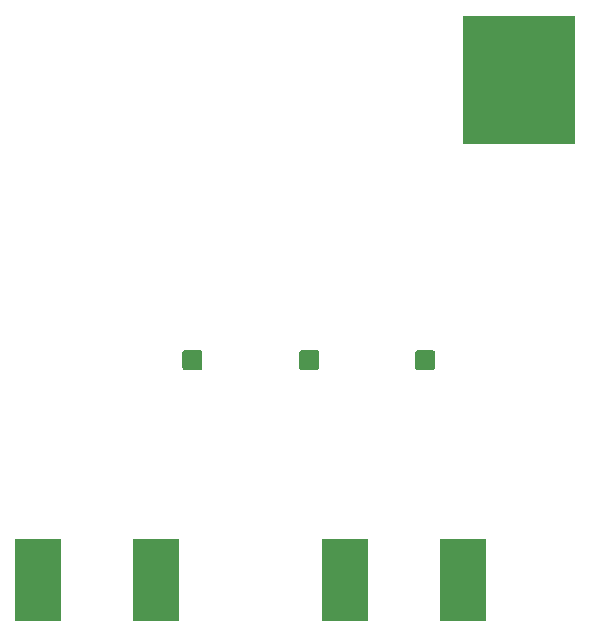
<source format=gbp>
G04 #@! TF.GenerationSoftware,KiCad,Pcbnew,(5.1.4)-1*
G04 #@! TF.CreationDate,2020-03-14T09:34:49+01:00*
G04 #@! TF.ProjectId,wave_gen_amp,77617665-5f67-4656-9e5f-616d702e6b69,rev?*
G04 #@! TF.SameCoordinates,Original*
G04 #@! TF.FileFunction,Paste,Bot*
G04 #@! TF.FilePolarity,Positive*
%FSLAX46Y46*%
G04 Gerber Fmt 4.6, Leading zero omitted, Abs format (unit mm)*
G04 Created by KiCad (PCBNEW (5.1.4)-1) date 2020-03-14 09:34:49*
%MOMM*%
%LPD*%
G04 APERTURE LIST*
%ADD10C,0.100000*%
%ADD11C,1.700000*%
%ADD12R,9.500000X10.900000*%
%ADD13R,4.000000X7.000000*%
G04 APERTURE END LIST*
D10*
G36*
X171624594Y-102751203D02*
G01*
X171648853Y-102754802D01*
X171672642Y-102760761D01*
X171695733Y-102769023D01*
X171717902Y-102779508D01*
X171738937Y-102792116D01*
X171758635Y-102806725D01*
X171776806Y-102823194D01*
X171793275Y-102841365D01*
X171807884Y-102861063D01*
X171820492Y-102882098D01*
X171830977Y-102904267D01*
X171839239Y-102927358D01*
X171845198Y-102951147D01*
X171848797Y-102975406D01*
X171850000Y-102999900D01*
X171850000Y-104200100D01*
X171848797Y-104224594D01*
X171845198Y-104248853D01*
X171839239Y-104272642D01*
X171830977Y-104295733D01*
X171820492Y-104317902D01*
X171807884Y-104338937D01*
X171793275Y-104358635D01*
X171776806Y-104376806D01*
X171758635Y-104393275D01*
X171738937Y-104407884D01*
X171717902Y-104420492D01*
X171695733Y-104430977D01*
X171672642Y-104439239D01*
X171648853Y-104445198D01*
X171624594Y-104448797D01*
X171600100Y-104450000D01*
X170399900Y-104450000D01*
X170375406Y-104448797D01*
X170351147Y-104445198D01*
X170327358Y-104439239D01*
X170304267Y-104430977D01*
X170282098Y-104420492D01*
X170261063Y-104407884D01*
X170241365Y-104393275D01*
X170223194Y-104376806D01*
X170206725Y-104358635D01*
X170192116Y-104338937D01*
X170179508Y-104317902D01*
X170169023Y-104295733D01*
X170160761Y-104272642D01*
X170154802Y-104248853D01*
X170151203Y-104224594D01*
X170150000Y-104200100D01*
X170150000Y-102999900D01*
X170151203Y-102975406D01*
X170154802Y-102951147D01*
X170160761Y-102927358D01*
X170169023Y-102904267D01*
X170179508Y-102882098D01*
X170192116Y-102861063D01*
X170206725Y-102841365D01*
X170223194Y-102823194D01*
X170241365Y-102806725D01*
X170261063Y-102792116D01*
X170282098Y-102779508D01*
X170304267Y-102769023D01*
X170327358Y-102760761D01*
X170351147Y-102754802D01*
X170375406Y-102751203D01*
X170399900Y-102750000D01*
X171600100Y-102750000D01*
X171624594Y-102751203D01*
X171624594Y-102751203D01*
G37*
D11*
X171000000Y-103600000D03*
D10*
G36*
X161724594Y-102751203D02*
G01*
X161748853Y-102754802D01*
X161772642Y-102760761D01*
X161795733Y-102769023D01*
X161817902Y-102779508D01*
X161838937Y-102792116D01*
X161858635Y-102806725D01*
X161876806Y-102823194D01*
X161893275Y-102841365D01*
X161907884Y-102861063D01*
X161920492Y-102882098D01*
X161930977Y-102904267D01*
X161939239Y-102927358D01*
X161945198Y-102951147D01*
X161948797Y-102975406D01*
X161950000Y-102999900D01*
X161950000Y-104200100D01*
X161948797Y-104224594D01*
X161945198Y-104248853D01*
X161939239Y-104272642D01*
X161930977Y-104295733D01*
X161920492Y-104317902D01*
X161907884Y-104338937D01*
X161893275Y-104358635D01*
X161876806Y-104376806D01*
X161858635Y-104393275D01*
X161838937Y-104407884D01*
X161817902Y-104420492D01*
X161795733Y-104430977D01*
X161772642Y-104439239D01*
X161748853Y-104445198D01*
X161724594Y-104448797D01*
X161700100Y-104450000D01*
X160499900Y-104450000D01*
X160475406Y-104448797D01*
X160451147Y-104445198D01*
X160427358Y-104439239D01*
X160404267Y-104430977D01*
X160382098Y-104420492D01*
X160361063Y-104407884D01*
X160341365Y-104393275D01*
X160323194Y-104376806D01*
X160306725Y-104358635D01*
X160292116Y-104338937D01*
X160279508Y-104317902D01*
X160269023Y-104295733D01*
X160260761Y-104272642D01*
X160254802Y-104248853D01*
X160251203Y-104224594D01*
X160250000Y-104200100D01*
X160250000Y-102999900D01*
X160251203Y-102975406D01*
X160254802Y-102951147D01*
X160260761Y-102927358D01*
X160269023Y-102904267D01*
X160279508Y-102882098D01*
X160292116Y-102861063D01*
X160306725Y-102841365D01*
X160323194Y-102823194D01*
X160341365Y-102806725D01*
X160361063Y-102792116D01*
X160382098Y-102779508D01*
X160404267Y-102769023D01*
X160427358Y-102760761D01*
X160451147Y-102754802D01*
X160475406Y-102751203D01*
X160499900Y-102750000D01*
X161700100Y-102750000D01*
X161724594Y-102751203D01*
X161724594Y-102751203D01*
G37*
D11*
X161100000Y-103600000D03*
D10*
G36*
X181424594Y-102751203D02*
G01*
X181448853Y-102754802D01*
X181472642Y-102760761D01*
X181495733Y-102769023D01*
X181517902Y-102779508D01*
X181538937Y-102792116D01*
X181558635Y-102806725D01*
X181576806Y-102823194D01*
X181593275Y-102841365D01*
X181607884Y-102861063D01*
X181620492Y-102882098D01*
X181630977Y-102904267D01*
X181639239Y-102927358D01*
X181645198Y-102951147D01*
X181648797Y-102975406D01*
X181650000Y-102999900D01*
X181650000Y-104200100D01*
X181648797Y-104224594D01*
X181645198Y-104248853D01*
X181639239Y-104272642D01*
X181630977Y-104295733D01*
X181620492Y-104317902D01*
X181607884Y-104338937D01*
X181593275Y-104358635D01*
X181576806Y-104376806D01*
X181558635Y-104393275D01*
X181538937Y-104407884D01*
X181517902Y-104420492D01*
X181495733Y-104430977D01*
X181472642Y-104439239D01*
X181448853Y-104445198D01*
X181424594Y-104448797D01*
X181400100Y-104450000D01*
X180199900Y-104450000D01*
X180175406Y-104448797D01*
X180151147Y-104445198D01*
X180127358Y-104439239D01*
X180104267Y-104430977D01*
X180082098Y-104420492D01*
X180061063Y-104407884D01*
X180041365Y-104393275D01*
X180023194Y-104376806D01*
X180006725Y-104358635D01*
X179992116Y-104338937D01*
X179979508Y-104317902D01*
X179969023Y-104295733D01*
X179960761Y-104272642D01*
X179954802Y-104248853D01*
X179951203Y-104224594D01*
X179950000Y-104200100D01*
X179950000Y-102999900D01*
X179951203Y-102975406D01*
X179954802Y-102951147D01*
X179960761Y-102927358D01*
X179969023Y-102904267D01*
X179979508Y-102882098D01*
X179992116Y-102861063D01*
X180006725Y-102841365D01*
X180023194Y-102823194D01*
X180041365Y-102806725D01*
X180061063Y-102792116D01*
X180082098Y-102779508D01*
X180104267Y-102769023D01*
X180127358Y-102760761D01*
X180151147Y-102754802D01*
X180175406Y-102751203D01*
X180199900Y-102750000D01*
X181400100Y-102750000D01*
X181424594Y-102751203D01*
X181424594Y-102751203D01*
G37*
D11*
X180800000Y-103600000D03*
D12*
X188750000Y-79850000D03*
D13*
X184000000Y-122250200D03*
X174000000Y-122250200D03*
X158000000Y-122250200D03*
X148000000Y-122250200D03*
M02*

</source>
